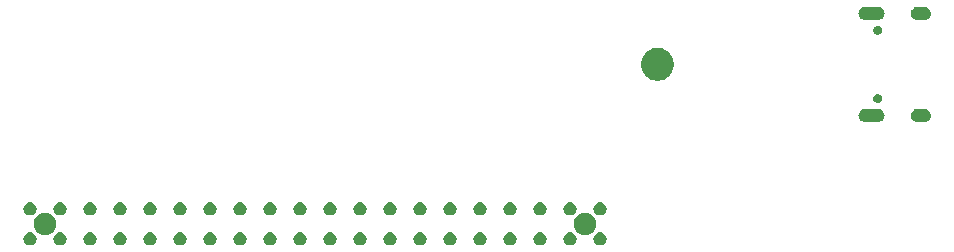
<source format=gbs>
G04 #@! TF.GenerationSoftware,KiCad,Pcbnew,(5.1.5)-3*
G04 #@! TF.CreationDate,2021-11-01T10:18:25+01:00*
G04 #@! TF.ProjectId,rp4b-power-adapter,72703462-2d70-46f7-9765-722d61646170,rev?*
G04 #@! TF.SameCoordinates,PX5f5e100PY6052340*
G04 #@! TF.FileFunction,Soldermask,Bot*
G04 #@! TF.FilePolarity,Negative*
%FSLAX46Y46*%
G04 Gerber Fmt 4.6, Leading zero omitted, Abs format (unit mm)*
G04 Created by KiCad (PCBNEW (5.1.5)-3) date 2021-11-01 10:18:25*
%MOMM*%
%LPD*%
G04 APERTURE LIST*
%ADD10C,0.100000*%
G04 APERTURE END LIST*
D10*
G36*
X1533638Y3769441D02*
G01*
X1635734Y3727151D01*
X1727614Y3665759D01*
X1805759Y3587614D01*
X1867151Y3495734D01*
X1909441Y3393637D01*
X1931000Y3285253D01*
X1931000Y3174747D01*
X1909441Y3066363D01*
X1867151Y2964266D01*
X1805759Y2872386D01*
X1727614Y2794241D01*
X1635734Y2732849D01*
X1533638Y2690559D01*
X1425254Y2669000D01*
X1314746Y2669000D01*
X1206362Y2690559D01*
X1155315Y2711704D01*
X1104266Y2732849D01*
X1012386Y2794241D01*
X934241Y2872386D01*
X872849Y2964266D01*
X830559Y3066363D01*
X809000Y3174747D01*
X809000Y3285253D01*
X830559Y3393637D01*
X872849Y3495734D01*
X934241Y3587614D01*
X1012386Y3665759D01*
X1104266Y3727151D01*
X1206362Y3769441D01*
X1314746Y3791000D01*
X1425254Y3791000D01*
X1533638Y3769441D01*
G37*
G36*
X26933638Y3769441D02*
G01*
X27035734Y3727151D01*
X27127614Y3665759D01*
X27205759Y3587614D01*
X27267151Y3495734D01*
X27309441Y3393637D01*
X27331000Y3285253D01*
X27331000Y3174747D01*
X27309441Y3066363D01*
X27267151Y2964266D01*
X27205759Y2872386D01*
X27127614Y2794241D01*
X27035734Y2732849D01*
X26933638Y2690559D01*
X26825254Y2669000D01*
X26714746Y2669000D01*
X26606362Y2690559D01*
X26555315Y2711704D01*
X26504266Y2732849D01*
X26412386Y2794241D01*
X26334241Y2872386D01*
X26272849Y2964266D01*
X26230559Y3066363D01*
X26209000Y3174747D01*
X26209000Y3285253D01*
X26230559Y3393637D01*
X26272849Y3495734D01*
X26334241Y3587614D01*
X26412386Y3665759D01*
X26504266Y3727151D01*
X26606362Y3769441D01*
X26714746Y3791000D01*
X26825254Y3791000D01*
X26933638Y3769441D01*
G37*
G36*
X49793638Y3769441D02*
G01*
X49895734Y3727151D01*
X49987614Y3665759D01*
X50065759Y3587614D01*
X50127151Y3495734D01*
X50169441Y3393637D01*
X50191000Y3285253D01*
X50191000Y3174747D01*
X50169441Y3066363D01*
X50127151Y2964266D01*
X50065759Y2872386D01*
X49987614Y2794241D01*
X49895734Y2732849D01*
X49793638Y2690559D01*
X49685254Y2669000D01*
X49574746Y2669000D01*
X49466362Y2690559D01*
X49415315Y2711704D01*
X49364266Y2732849D01*
X49272386Y2794241D01*
X49194241Y2872386D01*
X49132849Y2964266D01*
X49090559Y3066363D01*
X49069000Y3174747D01*
X49069000Y3285253D01*
X49090559Y3393637D01*
X49132849Y3495734D01*
X49194241Y3587614D01*
X49272386Y3665759D01*
X49364266Y3727151D01*
X49466362Y3769441D01*
X49574746Y3791000D01*
X49685254Y3791000D01*
X49793638Y3769441D01*
G37*
G36*
X44713638Y3769441D02*
G01*
X44815734Y3727151D01*
X44907614Y3665759D01*
X44985759Y3587614D01*
X45047151Y3495734D01*
X45089441Y3393637D01*
X45111000Y3285253D01*
X45111000Y3174747D01*
X45089441Y3066363D01*
X45047151Y2964266D01*
X44985759Y2872386D01*
X44907614Y2794241D01*
X44815734Y2732849D01*
X44713638Y2690559D01*
X44605254Y2669000D01*
X44494746Y2669000D01*
X44386362Y2690559D01*
X44335315Y2711704D01*
X44284266Y2732849D01*
X44192386Y2794241D01*
X44114241Y2872386D01*
X44052849Y2964266D01*
X44010559Y3066363D01*
X43989000Y3174747D01*
X43989000Y3285253D01*
X44010559Y3393637D01*
X44052849Y3495734D01*
X44114241Y3587614D01*
X44192386Y3665759D01*
X44284266Y3727151D01*
X44386362Y3769441D01*
X44494746Y3791000D01*
X44605254Y3791000D01*
X44713638Y3769441D01*
G37*
G36*
X42173638Y3769441D02*
G01*
X42275734Y3727151D01*
X42367614Y3665759D01*
X42445759Y3587614D01*
X42507151Y3495734D01*
X42549441Y3393637D01*
X42571000Y3285253D01*
X42571000Y3174747D01*
X42549441Y3066363D01*
X42507151Y2964266D01*
X42445759Y2872386D01*
X42367614Y2794241D01*
X42275734Y2732849D01*
X42173638Y2690559D01*
X42065254Y2669000D01*
X41954746Y2669000D01*
X41846362Y2690559D01*
X41795315Y2711704D01*
X41744266Y2732849D01*
X41652386Y2794241D01*
X41574241Y2872386D01*
X41512849Y2964266D01*
X41470559Y3066363D01*
X41449000Y3174747D01*
X41449000Y3285253D01*
X41470559Y3393637D01*
X41512849Y3495734D01*
X41574241Y3587614D01*
X41652386Y3665759D01*
X41744266Y3727151D01*
X41846362Y3769441D01*
X41954746Y3791000D01*
X42065254Y3791000D01*
X42173638Y3769441D01*
G37*
G36*
X39633638Y3769441D02*
G01*
X39735734Y3727151D01*
X39827614Y3665759D01*
X39905759Y3587614D01*
X39967151Y3495734D01*
X40009441Y3393637D01*
X40031000Y3285253D01*
X40031000Y3174747D01*
X40009441Y3066363D01*
X39967151Y2964266D01*
X39905759Y2872386D01*
X39827614Y2794241D01*
X39735734Y2732849D01*
X39633638Y2690559D01*
X39525254Y2669000D01*
X39414746Y2669000D01*
X39306362Y2690559D01*
X39255315Y2711704D01*
X39204266Y2732849D01*
X39112386Y2794241D01*
X39034241Y2872386D01*
X38972849Y2964266D01*
X38930559Y3066363D01*
X38909000Y3174747D01*
X38909000Y3285253D01*
X38930559Y3393637D01*
X38972849Y3495734D01*
X39034241Y3587614D01*
X39112386Y3665759D01*
X39204266Y3727151D01*
X39306362Y3769441D01*
X39414746Y3791000D01*
X39525254Y3791000D01*
X39633638Y3769441D01*
G37*
G36*
X37093638Y3769441D02*
G01*
X37195734Y3727151D01*
X37287614Y3665759D01*
X37365759Y3587614D01*
X37427151Y3495734D01*
X37469441Y3393637D01*
X37491000Y3285253D01*
X37491000Y3174747D01*
X37469441Y3066363D01*
X37427151Y2964266D01*
X37365759Y2872386D01*
X37287614Y2794241D01*
X37195734Y2732849D01*
X37093638Y2690559D01*
X36985254Y2669000D01*
X36874746Y2669000D01*
X36766362Y2690559D01*
X36715315Y2711704D01*
X36664266Y2732849D01*
X36572386Y2794241D01*
X36494241Y2872386D01*
X36432849Y2964266D01*
X36390559Y3066363D01*
X36369000Y3174747D01*
X36369000Y3285253D01*
X36390559Y3393637D01*
X36432849Y3495734D01*
X36494241Y3587614D01*
X36572386Y3665759D01*
X36664266Y3727151D01*
X36766362Y3769441D01*
X36874746Y3791000D01*
X36985254Y3791000D01*
X37093638Y3769441D01*
G37*
G36*
X34553638Y3769441D02*
G01*
X34655734Y3727151D01*
X34747614Y3665759D01*
X34825759Y3587614D01*
X34887151Y3495734D01*
X34929441Y3393637D01*
X34951000Y3285253D01*
X34951000Y3174747D01*
X34929441Y3066363D01*
X34887151Y2964266D01*
X34825759Y2872386D01*
X34747614Y2794241D01*
X34655734Y2732849D01*
X34553638Y2690559D01*
X34445254Y2669000D01*
X34334746Y2669000D01*
X34226362Y2690559D01*
X34175315Y2711704D01*
X34124266Y2732849D01*
X34032386Y2794241D01*
X33954241Y2872386D01*
X33892849Y2964266D01*
X33850559Y3066363D01*
X33829000Y3174747D01*
X33829000Y3285253D01*
X33850559Y3393637D01*
X33892849Y3495734D01*
X33954241Y3587614D01*
X34032386Y3665759D01*
X34124266Y3727151D01*
X34226362Y3769441D01*
X34334746Y3791000D01*
X34445254Y3791000D01*
X34553638Y3769441D01*
G37*
G36*
X32013638Y3769441D02*
G01*
X32115734Y3727151D01*
X32207614Y3665759D01*
X32285759Y3587614D01*
X32347151Y3495734D01*
X32389441Y3393637D01*
X32411000Y3285253D01*
X32411000Y3174747D01*
X32389441Y3066363D01*
X32347151Y2964266D01*
X32285759Y2872386D01*
X32207614Y2794241D01*
X32115734Y2732849D01*
X32013638Y2690559D01*
X31905254Y2669000D01*
X31794746Y2669000D01*
X31686362Y2690559D01*
X31635315Y2711704D01*
X31584266Y2732849D01*
X31492386Y2794241D01*
X31414241Y2872386D01*
X31352849Y2964266D01*
X31310559Y3066363D01*
X31289000Y3174747D01*
X31289000Y3285253D01*
X31310559Y3393637D01*
X31352849Y3495734D01*
X31414241Y3587614D01*
X31492386Y3665759D01*
X31584266Y3727151D01*
X31686362Y3769441D01*
X31794746Y3791000D01*
X31905254Y3791000D01*
X32013638Y3769441D01*
G37*
G36*
X29473638Y3769441D02*
G01*
X29575734Y3727151D01*
X29667614Y3665759D01*
X29745759Y3587614D01*
X29807151Y3495734D01*
X29849441Y3393637D01*
X29871000Y3285253D01*
X29871000Y3174747D01*
X29849441Y3066363D01*
X29807151Y2964266D01*
X29745759Y2872386D01*
X29667614Y2794241D01*
X29575734Y2732849D01*
X29473638Y2690559D01*
X29365254Y2669000D01*
X29254746Y2669000D01*
X29146362Y2690559D01*
X29095315Y2711704D01*
X29044266Y2732849D01*
X28952386Y2794241D01*
X28874241Y2872386D01*
X28812849Y2964266D01*
X28770559Y3066363D01*
X28749000Y3174747D01*
X28749000Y3285253D01*
X28770559Y3393637D01*
X28812849Y3495734D01*
X28874241Y3587614D01*
X28952386Y3665759D01*
X29044266Y3727151D01*
X29146362Y3769441D01*
X29254746Y3791000D01*
X29365254Y3791000D01*
X29473638Y3769441D01*
G37*
G36*
X47253638Y3769441D02*
G01*
X47355734Y3727151D01*
X47447614Y3665759D01*
X47525759Y3587614D01*
X47587151Y3495734D01*
X47629441Y3393637D01*
X47651000Y3285253D01*
X47651000Y3174747D01*
X47629441Y3066363D01*
X47587151Y2964266D01*
X47525759Y2872386D01*
X47447614Y2794241D01*
X47355734Y2732849D01*
X47253638Y2690559D01*
X47145254Y2669000D01*
X47034746Y2669000D01*
X46926362Y2690559D01*
X46875315Y2711704D01*
X46824266Y2732849D01*
X46732386Y2794241D01*
X46654241Y2872386D01*
X46592849Y2964266D01*
X46550559Y3066363D01*
X46529000Y3174747D01*
X46529000Y3285253D01*
X46550559Y3393637D01*
X46592849Y3495734D01*
X46654241Y3587614D01*
X46732386Y3665759D01*
X46824266Y3727151D01*
X46926362Y3769441D01*
X47034746Y3791000D01*
X47145254Y3791000D01*
X47253638Y3769441D01*
G37*
G36*
X21853638Y3769441D02*
G01*
X21955734Y3727151D01*
X22047614Y3665759D01*
X22125759Y3587614D01*
X22187151Y3495734D01*
X22229441Y3393637D01*
X22251000Y3285253D01*
X22251000Y3174747D01*
X22229441Y3066363D01*
X22187151Y2964266D01*
X22125759Y2872386D01*
X22047614Y2794241D01*
X21955734Y2732849D01*
X21853638Y2690559D01*
X21745254Y2669000D01*
X21634746Y2669000D01*
X21526362Y2690559D01*
X21475315Y2711704D01*
X21424266Y2732849D01*
X21332386Y2794241D01*
X21254241Y2872386D01*
X21192849Y2964266D01*
X21150559Y3066363D01*
X21129000Y3174747D01*
X21129000Y3285253D01*
X21150559Y3393637D01*
X21192849Y3495734D01*
X21254241Y3587614D01*
X21332386Y3665759D01*
X21424266Y3727151D01*
X21526362Y3769441D01*
X21634746Y3791000D01*
X21745254Y3791000D01*
X21853638Y3769441D01*
G37*
G36*
X19313638Y3769441D02*
G01*
X19415734Y3727151D01*
X19507614Y3665759D01*
X19585759Y3587614D01*
X19647151Y3495734D01*
X19689441Y3393637D01*
X19711000Y3285253D01*
X19711000Y3174747D01*
X19689441Y3066363D01*
X19647151Y2964266D01*
X19585759Y2872386D01*
X19507614Y2794241D01*
X19415734Y2732849D01*
X19313638Y2690559D01*
X19205254Y2669000D01*
X19094746Y2669000D01*
X18986362Y2690559D01*
X18935315Y2711704D01*
X18884266Y2732849D01*
X18792386Y2794241D01*
X18714241Y2872386D01*
X18652849Y2964266D01*
X18610559Y3066363D01*
X18589000Y3174747D01*
X18589000Y3285253D01*
X18610559Y3393637D01*
X18652849Y3495734D01*
X18714241Y3587614D01*
X18792386Y3665759D01*
X18884266Y3727151D01*
X18986362Y3769441D01*
X19094746Y3791000D01*
X19205254Y3791000D01*
X19313638Y3769441D01*
G37*
G36*
X16773638Y3769441D02*
G01*
X16875734Y3727151D01*
X16967614Y3665759D01*
X17045759Y3587614D01*
X17107151Y3495734D01*
X17149441Y3393637D01*
X17171000Y3285253D01*
X17171000Y3174747D01*
X17149441Y3066363D01*
X17107151Y2964266D01*
X17045759Y2872386D01*
X16967614Y2794241D01*
X16875734Y2732849D01*
X16773638Y2690559D01*
X16665254Y2669000D01*
X16554746Y2669000D01*
X16446362Y2690559D01*
X16395315Y2711704D01*
X16344266Y2732849D01*
X16252386Y2794241D01*
X16174241Y2872386D01*
X16112849Y2964266D01*
X16070559Y3066363D01*
X16049000Y3174747D01*
X16049000Y3285253D01*
X16070559Y3393637D01*
X16112849Y3495734D01*
X16174241Y3587614D01*
X16252386Y3665759D01*
X16344266Y3727151D01*
X16446362Y3769441D01*
X16554746Y3791000D01*
X16665254Y3791000D01*
X16773638Y3769441D01*
G37*
G36*
X14233638Y3769441D02*
G01*
X14335734Y3727151D01*
X14427614Y3665759D01*
X14505759Y3587614D01*
X14567151Y3495734D01*
X14609441Y3393637D01*
X14631000Y3285253D01*
X14631000Y3174747D01*
X14609441Y3066363D01*
X14567151Y2964266D01*
X14505759Y2872386D01*
X14427614Y2794241D01*
X14335734Y2732849D01*
X14233638Y2690559D01*
X14125254Y2669000D01*
X14014746Y2669000D01*
X13906362Y2690559D01*
X13855315Y2711704D01*
X13804266Y2732849D01*
X13712386Y2794241D01*
X13634241Y2872386D01*
X13572849Y2964266D01*
X13530559Y3066363D01*
X13509000Y3174747D01*
X13509000Y3285253D01*
X13530559Y3393637D01*
X13572849Y3495734D01*
X13634241Y3587614D01*
X13712386Y3665759D01*
X13804266Y3727151D01*
X13906362Y3769441D01*
X14014746Y3791000D01*
X14125254Y3791000D01*
X14233638Y3769441D01*
G37*
G36*
X11693638Y3769441D02*
G01*
X11795734Y3727151D01*
X11887614Y3665759D01*
X11965759Y3587614D01*
X12027151Y3495734D01*
X12069441Y3393637D01*
X12091000Y3285253D01*
X12091000Y3174747D01*
X12069441Y3066363D01*
X12027151Y2964266D01*
X11965759Y2872386D01*
X11887614Y2794241D01*
X11795734Y2732849D01*
X11693638Y2690559D01*
X11585254Y2669000D01*
X11474746Y2669000D01*
X11366362Y2690559D01*
X11315315Y2711704D01*
X11264266Y2732849D01*
X11172386Y2794241D01*
X11094241Y2872386D01*
X11032849Y2964266D01*
X10990559Y3066363D01*
X10969000Y3174747D01*
X10969000Y3285253D01*
X10990559Y3393637D01*
X11032849Y3495734D01*
X11094241Y3587614D01*
X11172386Y3665759D01*
X11264266Y3727151D01*
X11366362Y3769441D01*
X11474746Y3791000D01*
X11585254Y3791000D01*
X11693638Y3769441D01*
G37*
G36*
X9153638Y3769441D02*
G01*
X9255734Y3727151D01*
X9347614Y3665759D01*
X9425759Y3587614D01*
X9487151Y3495734D01*
X9529441Y3393637D01*
X9551000Y3285253D01*
X9551000Y3174747D01*
X9529441Y3066363D01*
X9487151Y2964266D01*
X9425759Y2872386D01*
X9347614Y2794241D01*
X9255734Y2732849D01*
X9153638Y2690559D01*
X9045254Y2669000D01*
X8934746Y2669000D01*
X8826362Y2690559D01*
X8775315Y2711704D01*
X8724266Y2732849D01*
X8632386Y2794241D01*
X8554241Y2872386D01*
X8492849Y2964266D01*
X8450559Y3066363D01*
X8429000Y3174747D01*
X8429000Y3285253D01*
X8450559Y3393637D01*
X8492849Y3495734D01*
X8554241Y3587614D01*
X8632386Y3665759D01*
X8724266Y3727151D01*
X8826362Y3769441D01*
X8934746Y3791000D01*
X9045254Y3791000D01*
X9153638Y3769441D01*
G37*
G36*
X6613638Y3769441D02*
G01*
X6715734Y3727151D01*
X6807614Y3665759D01*
X6885759Y3587614D01*
X6947151Y3495734D01*
X6989441Y3393637D01*
X7011000Y3285253D01*
X7011000Y3174747D01*
X6989441Y3066363D01*
X6947151Y2964266D01*
X6885759Y2872386D01*
X6807614Y2794241D01*
X6715734Y2732849D01*
X6613638Y2690559D01*
X6505254Y2669000D01*
X6394746Y2669000D01*
X6286362Y2690559D01*
X6235315Y2711704D01*
X6184266Y2732849D01*
X6092386Y2794241D01*
X6014241Y2872386D01*
X5952849Y2964266D01*
X5910559Y3066363D01*
X5889000Y3174747D01*
X5889000Y3285253D01*
X5910559Y3393637D01*
X5952849Y3495734D01*
X6014241Y3587614D01*
X6092386Y3665759D01*
X6184266Y3727151D01*
X6286362Y3769441D01*
X6394746Y3791000D01*
X6505254Y3791000D01*
X6613638Y3769441D01*
G37*
G36*
X4073638Y3769441D02*
G01*
X4175734Y3727151D01*
X4267614Y3665759D01*
X4345759Y3587614D01*
X4407151Y3495734D01*
X4449441Y3393637D01*
X4471000Y3285253D01*
X4471000Y3174747D01*
X4449441Y3066363D01*
X4407151Y2964266D01*
X4345759Y2872386D01*
X4267614Y2794241D01*
X4175734Y2732849D01*
X4073638Y2690559D01*
X3965254Y2669000D01*
X3854746Y2669000D01*
X3746362Y2690559D01*
X3695315Y2711704D01*
X3644266Y2732849D01*
X3552386Y2794241D01*
X3474241Y2872386D01*
X3412849Y2964266D01*
X3370559Y3066363D01*
X3349000Y3174747D01*
X3349000Y3285253D01*
X3370559Y3393637D01*
X3412849Y3495734D01*
X3474241Y3587614D01*
X3552386Y3665759D01*
X3644266Y3727151D01*
X3746362Y3769441D01*
X3854746Y3791000D01*
X3965254Y3791000D01*
X4073638Y3769441D01*
G37*
G36*
X24393638Y3769441D02*
G01*
X24495734Y3727151D01*
X24587614Y3665759D01*
X24665759Y3587614D01*
X24727151Y3495734D01*
X24769441Y3393637D01*
X24791000Y3285253D01*
X24791000Y3174747D01*
X24769441Y3066363D01*
X24727151Y2964266D01*
X24665759Y2872386D01*
X24587614Y2794241D01*
X24495734Y2732849D01*
X24393638Y2690559D01*
X24285254Y2669000D01*
X24174746Y2669000D01*
X24066362Y2690559D01*
X24015315Y2711704D01*
X23964266Y2732849D01*
X23872386Y2794241D01*
X23794241Y2872386D01*
X23732849Y2964266D01*
X23690559Y3066363D01*
X23669000Y3174747D01*
X23669000Y3285253D01*
X23690559Y3393637D01*
X23732849Y3495734D01*
X23794241Y3587614D01*
X23872386Y3665759D01*
X23964266Y3727151D01*
X24066362Y3769441D01*
X24174746Y3791000D01*
X24285254Y3791000D01*
X24393638Y3769441D01*
G37*
G36*
X2917395Y5414454D02*
G01*
X3090466Y5342766D01*
X3167818Y5291081D01*
X3246227Y5238690D01*
X3378690Y5106227D01*
X3378691Y5106225D01*
X3482766Y4950466D01*
X3554454Y4777395D01*
X3591000Y4593667D01*
X3591000Y4406333D01*
X3554454Y4222605D01*
X3482766Y4049534D01*
X3482765Y4049533D01*
X3378690Y3893773D01*
X3246227Y3761310D01*
X3195104Y3727151D01*
X3090466Y3657234D01*
X2917395Y3585546D01*
X2733667Y3549000D01*
X2546333Y3549000D01*
X2362605Y3585546D01*
X2189534Y3657234D01*
X2084896Y3727151D01*
X2033773Y3761310D01*
X1901310Y3893773D01*
X1797235Y4049533D01*
X1797234Y4049534D01*
X1725546Y4222605D01*
X1689000Y4406333D01*
X1689000Y4593667D01*
X1725546Y4777395D01*
X1797234Y4950466D01*
X1901309Y5106225D01*
X1901310Y5106227D01*
X2033773Y5238690D01*
X2112182Y5291081D01*
X2189534Y5342766D01*
X2362605Y5414454D01*
X2546333Y5451000D01*
X2733667Y5451000D01*
X2917395Y5414454D01*
G37*
G36*
X48637395Y5414454D02*
G01*
X48810466Y5342766D01*
X48887818Y5291081D01*
X48966227Y5238690D01*
X49098690Y5106227D01*
X49098691Y5106225D01*
X49202766Y4950466D01*
X49274454Y4777395D01*
X49311000Y4593667D01*
X49311000Y4406333D01*
X49274454Y4222605D01*
X49202766Y4049534D01*
X49202765Y4049533D01*
X49098690Y3893773D01*
X48966227Y3761310D01*
X48915104Y3727151D01*
X48810466Y3657234D01*
X48637395Y3585546D01*
X48453667Y3549000D01*
X48266333Y3549000D01*
X48082605Y3585546D01*
X47909534Y3657234D01*
X47804896Y3727151D01*
X47753773Y3761310D01*
X47621310Y3893773D01*
X47517235Y4049533D01*
X47517234Y4049534D01*
X47445546Y4222605D01*
X47409000Y4406333D01*
X47409000Y4593667D01*
X47445546Y4777395D01*
X47517234Y4950466D01*
X47621309Y5106225D01*
X47621310Y5106227D01*
X47753773Y5238690D01*
X47832182Y5291081D01*
X47909534Y5342766D01*
X48082605Y5414454D01*
X48266333Y5451000D01*
X48453667Y5451000D01*
X48637395Y5414454D01*
G37*
G36*
X47253638Y6309441D02*
G01*
X47304685Y6288296D01*
X47355734Y6267151D01*
X47447614Y6205759D01*
X47525759Y6127614D01*
X47587151Y6035734D01*
X47629441Y5933637D01*
X47651000Y5825253D01*
X47651000Y5714747D01*
X47629441Y5606363D01*
X47587151Y5504266D01*
X47525759Y5412386D01*
X47447614Y5334241D01*
X47355734Y5272849D01*
X47304685Y5251704D01*
X47253638Y5230559D01*
X47145254Y5209000D01*
X47034746Y5209000D01*
X46926362Y5230559D01*
X46875315Y5251704D01*
X46824266Y5272849D01*
X46732386Y5334241D01*
X46654241Y5412386D01*
X46592849Y5504266D01*
X46550559Y5606363D01*
X46529000Y5714747D01*
X46529000Y5825253D01*
X46550559Y5933637D01*
X46592849Y6035734D01*
X46654241Y6127614D01*
X46732386Y6205759D01*
X46824266Y6267151D01*
X46926362Y6309441D01*
X47034746Y6331000D01*
X47145254Y6331000D01*
X47253638Y6309441D01*
G37*
G36*
X44713638Y6309441D02*
G01*
X44764685Y6288296D01*
X44815734Y6267151D01*
X44907614Y6205759D01*
X44985759Y6127614D01*
X45047151Y6035734D01*
X45089441Y5933637D01*
X45111000Y5825253D01*
X45111000Y5714747D01*
X45089441Y5606363D01*
X45047151Y5504266D01*
X44985759Y5412386D01*
X44907614Y5334241D01*
X44815734Y5272849D01*
X44764685Y5251704D01*
X44713638Y5230559D01*
X44605254Y5209000D01*
X44494746Y5209000D01*
X44386362Y5230559D01*
X44335315Y5251704D01*
X44284266Y5272849D01*
X44192386Y5334241D01*
X44114241Y5412386D01*
X44052849Y5504266D01*
X44010559Y5606363D01*
X43989000Y5714747D01*
X43989000Y5825253D01*
X44010559Y5933637D01*
X44052849Y6035734D01*
X44114241Y6127614D01*
X44192386Y6205759D01*
X44284266Y6267151D01*
X44386362Y6309441D01*
X44494746Y6331000D01*
X44605254Y6331000D01*
X44713638Y6309441D01*
G37*
G36*
X6613638Y6309441D02*
G01*
X6664685Y6288296D01*
X6715734Y6267151D01*
X6807614Y6205759D01*
X6885759Y6127614D01*
X6947151Y6035734D01*
X6989441Y5933637D01*
X7011000Y5825253D01*
X7011000Y5714747D01*
X6989441Y5606363D01*
X6947151Y5504266D01*
X6885759Y5412386D01*
X6807614Y5334241D01*
X6715734Y5272849D01*
X6664685Y5251704D01*
X6613638Y5230559D01*
X6505254Y5209000D01*
X6394746Y5209000D01*
X6286362Y5230559D01*
X6235315Y5251704D01*
X6184266Y5272849D01*
X6092386Y5334241D01*
X6014241Y5412386D01*
X5952849Y5504266D01*
X5910559Y5606363D01*
X5889000Y5714747D01*
X5889000Y5825253D01*
X5910559Y5933637D01*
X5952849Y6035734D01*
X6014241Y6127614D01*
X6092386Y6205759D01*
X6184266Y6267151D01*
X6286362Y6309441D01*
X6394746Y6331000D01*
X6505254Y6331000D01*
X6613638Y6309441D01*
G37*
G36*
X42173638Y6309441D02*
G01*
X42224685Y6288296D01*
X42275734Y6267151D01*
X42367614Y6205759D01*
X42445759Y6127614D01*
X42507151Y6035734D01*
X42549441Y5933637D01*
X42571000Y5825253D01*
X42571000Y5714747D01*
X42549441Y5606363D01*
X42507151Y5504266D01*
X42445759Y5412386D01*
X42367614Y5334241D01*
X42275734Y5272849D01*
X42224685Y5251704D01*
X42173638Y5230559D01*
X42065254Y5209000D01*
X41954746Y5209000D01*
X41846362Y5230559D01*
X41795315Y5251704D01*
X41744266Y5272849D01*
X41652386Y5334241D01*
X41574241Y5412386D01*
X41512849Y5504266D01*
X41470559Y5606363D01*
X41449000Y5714747D01*
X41449000Y5825253D01*
X41470559Y5933637D01*
X41512849Y6035734D01*
X41574241Y6127614D01*
X41652386Y6205759D01*
X41744266Y6267151D01*
X41846362Y6309441D01*
X41954746Y6331000D01*
X42065254Y6331000D01*
X42173638Y6309441D01*
G37*
G36*
X39633638Y6309441D02*
G01*
X39684685Y6288296D01*
X39735734Y6267151D01*
X39827614Y6205759D01*
X39905759Y6127614D01*
X39967151Y6035734D01*
X40009441Y5933637D01*
X40031000Y5825253D01*
X40031000Y5714747D01*
X40009441Y5606363D01*
X39967151Y5504266D01*
X39905759Y5412386D01*
X39827614Y5334241D01*
X39735734Y5272849D01*
X39684685Y5251704D01*
X39633638Y5230559D01*
X39525254Y5209000D01*
X39414746Y5209000D01*
X39306362Y5230559D01*
X39255315Y5251704D01*
X39204266Y5272849D01*
X39112386Y5334241D01*
X39034241Y5412386D01*
X38972849Y5504266D01*
X38930559Y5606363D01*
X38909000Y5714747D01*
X38909000Y5825253D01*
X38930559Y5933637D01*
X38972849Y6035734D01*
X39034241Y6127614D01*
X39112386Y6205759D01*
X39204266Y6267151D01*
X39306362Y6309441D01*
X39414746Y6331000D01*
X39525254Y6331000D01*
X39633638Y6309441D01*
G37*
G36*
X37093638Y6309441D02*
G01*
X37144685Y6288296D01*
X37195734Y6267151D01*
X37287614Y6205759D01*
X37365759Y6127614D01*
X37427151Y6035734D01*
X37469441Y5933637D01*
X37491000Y5825253D01*
X37491000Y5714747D01*
X37469441Y5606363D01*
X37427151Y5504266D01*
X37365759Y5412386D01*
X37287614Y5334241D01*
X37195734Y5272849D01*
X37144685Y5251704D01*
X37093638Y5230559D01*
X36985254Y5209000D01*
X36874746Y5209000D01*
X36766362Y5230559D01*
X36715315Y5251704D01*
X36664266Y5272849D01*
X36572386Y5334241D01*
X36494241Y5412386D01*
X36432849Y5504266D01*
X36390559Y5606363D01*
X36369000Y5714747D01*
X36369000Y5825253D01*
X36390559Y5933637D01*
X36432849Y6035734D01*
X36494241Y6127614D01*
X36572386Y6205759D01*
X36664266Y6267151D01*
X36766362Y6309441D01*
X36874746Y6331000D01*
X36985254Y6331000D01*
X37093638Y6309441D01*
G37*
G36*
X34553638Y6309441D02*
G01*
X34604685Y6288296D01*
X34655734Y6267151D01*
X34747614Y6205759D01*
X34825759Y6127614D01*
X34887151Y6035734D01*
X34929441Y5933637D01*
X34951000Y5825253D01*
X34951000Y5714747D01*
X34929441Y5606363D01*
X34887151Y5504266D01*
X34825759Y5412386D01*
X34747614Y5334241D01*
X34655734Y5272849D01*
X34604685Y5251704D01*
X34553638Y5230559D01*
X34445254Y5209000D01*
X34334746Y5209000D01*
X34226362Y5230559D01*
X34175315Y5251704D01*
X34124266Y5272849D01*
X34032386Y5334241D01*
X33954241Y5412386D01*
X33892849Y5504266D01*
X33850559Y5606363D01*
X33829000Y5714747D01*
X33829000Y5825253D01*
X33850559Y5933637D01*
X33892849Y6035734D01*
X33954241Y6127614D01*
X34032386Y6205759D01*
X34124266Y6267151D01*
X34226362Y6309441D01*
X34334746Y6331000D01*
X34445254Y6331000D01*
X34553638Y6309441D01*
G37*
G36*
X32013638Y6309441D02*
G01*
X32064685Y6288296D01*
X32115734Y6267151D01*
X32207614Y6205759D01*
X32285759Y6127614D01*
X32347151Y6035734D01*
X32389441Y5933637D01*
X32411000Y5825253D01*
X32411000Y5714747D01*
X32389441Y5606363D01*
X32347151Y5504266D01*
X32285759Y5412386D01*
X32207614Y5334241D01*
X32115734Y5272849D01*
X32064685Y5251704D01*
X32013638Y5230559D01*
X31905254Y5209000D01*
X31794746Y5209000D01*
X31686362Y5230559D01*
X31635315Y5251704D01*
X31584266Y5272849D01*
X31492386Y5334241D01*
X31414241Y5412386D01*
X31352849Y5504266D01*
X31310559Y5606363D01*
X31289000Y5714747D01*
X31289000Y5825253D01*
X31310559Y5933637D01*
X31352849Y6035734D01*
X31414241Y6127614D01*
X31492386Y6205759D01*
X31584266Y6267151D01*
X31686362Y6309441D01*
X31794746Y6331000D01*
X31905254Y6331000D01*
X32013638Y6309441D01*
G37*
G36*
X29473638Y6309441D02*
G01*
X29524685Y6288296D01*
X29575734Y6267151D01*
X29667614Y6205759D01*
X29745759Y6127614D01*
X29807151Y6035734D01*
X29849441Y5933637D01*
X29871000Y5825253D01*
X29871000Y5714747D01*
X29849441Y5606363D01*
X29807151Y5504266D01*
X29745759Y5412386D01*
X29667614Y5334241D01*
X29575734Y5272849D01*
X29524685Y5251704D01*
X29473638Y5230559D01*
X29365254Y5209000D01*
X29254746Y5209000D01*
X29146362Y5230559D01*
X29095315Y5251704D01*
X29044266Y5272849D01*
X28952386Y5334241D01*
X28874241Y5412386D01*
X28812849Y5504266D01*
X28770559Y5606363D01*
X28749000Y5714747D01*
X28749000Y5825253D01*
X28770559Y5933637D01*
X28812849Y6035734D01*
X28874241Y6127614D01*
X28952386Y6205759D01*
X29044266Y6267151D01*
X29146362Y6309441D01*
X29254746Y6331000D01*
X29365254Y6331000D01*
X29473638Y6309441D01*
G37*
G36*
X26933638Y6309441D02*
G01*
X26984685Y6288296D01*
X27035734Y6267151D01*
X27127614Y6205759D01*
X27205759Y6127614D01*
X27267151Y6035734D01*
X27309441Y5933637D01*
X27331000Y5825253D01*
X27331000Y5714747D01*
X27309441Y5606363D01*
X27267151Y5504266D01*
X27205759Y5412386D01*
X27127614Y5334241D01*
X27035734Y5272849D01*
X26984685Y5251704D01*
X26933638Y5230559D01*
X26825254Y5209000D01*
X26714746Y5209000D01*
X26606362Y5230559D01*
X26555315Y5251704D01*
X26504266Y5272849D01*
X26412386Y5334241D01*
X26334241Y5412386D01*
X26272849Y5504266D01*
X26230559Y5606363D01*
X26209000Y5714747D01*
X26209000Y5825253D01*
X26230559Y5933637D01*
X26272849Y6035734D01*
X26334241Y6127614D01*
X26412386Y6205759D01*
X26504266Y6267151D01*
X26606362Y6309441D01*
X26714746Y6331000D01*
X26825254Y6331000D01*
X26933638Y6309441D01*
G37*
G36*
X21853638Y6309441D02*
G01*
X21904685Y6288296D01*
X21955734Y6267151D01*
X22047614Y6205759D01*
X22125759Y6127614D01*
X22187151Y6035734D01*
X22229441Y5933637D01*
X22251000Y5825253D01*
X22251000Y5714747D01*
X22229441Y5606363D01*
X22187151Y5504266D01*
X22125759Y5412386D01*
X22047614Y5334241D01*
X21955734Y5272849D01*
X21904685Y5251704D01*
X21853638Y5230559D01*
X21745254Y5209000D01*
X21634746Y5209000D01*
X21526362Y5230559D01*
X21475315Y5251704D01*
X21424266Y5272849D01*
X21332386Y5334241D01*
X21254241Y5412386D01*
X21192849Y5504266D01*
X21150559Y5606363D01*
X21129000Y5714747D01*
X21129000Y5825253D01*
X21150559Y5933637D01*
X21192849Y6035734D01*
X21254241Y6127614D01*
X21332386Y6205759D01*
X21424266Y6267151D01*
X21526362Y6309441D01*
X21634746Y6331000D01*
X21745254Y6331000D01*
X21853638Y6309441D01*
G37*
G36*
X1533638Y6309441D02*
G01*
X1584685Y6288296D01*
X1635734Y6267151D01*
X1727614Y6205759D01*
X1805759Y6127614D01*
X1867151Y6035734D01*
X1909441Y5933637D01*
X1931000Y5825253D01*
X1931000Y5714747D01*
X1909441Y5606363D01*
X1867151Y5504266D01*
X1805759Y5412386D01*
X1727614Y5334241D01*
X1635734Y5272849D01*
X1584685Y5251704D01*
X1533638Y5230559D01*
X1425254Y5209000D01*
X1314746Y5209000D01*
X1206362Y5230559D01*
X1155315Y5251704D01*
X1104266Y5272849D01*
X1012386Y5334241D01*
X934241Y5412386D01*
X872849Y5504266D01*
X830559Y5606363D01*
X809000Y5714747D01*
X809000Y5825253D01*
X830559Y5933637D01*
X872849Y6035734D01*
X934241Y6127614D01*
X1012386Y6205759D01*
X1104266Y6267151D01*
X1206362Y6309441D01*
X1314746Y6331000D01*
X1425254Y6331000D01*
X1533638Y6309441D01*
G37*
G36*
X4073638Y6309441D02*
G01*
X4124685Y6288296D01*
X4175734Y6267151D01*
X4267614Y6205759D01*
X4345759Y6127614D01*
X4407151Y6035734D01*
X4449441Y5933637D01*
X4471000Y5825253D01*
X4471000Y5714747D01*
X4449441Y5606363D01*
X4407151Y5504266D01*
X4345759Y5412386D01*
X4267614Y5334241D01*
X4175734Y5272849D01*
X4124685Y5251704D01*
X4073638Y5230559D01*
X3965254Y5209000D01*
X3854746Y5209000D01*
X3746362Y5230559D01*
X3695315Y5251704D01*
X3644266Y5272849D01*
X3552386Y5334241D01*
X3474241Y5412386D01*
X3412849Y5504266D01*
X3370559Y5606363D01*
X3349000Y5714747D01*
X3349000Y5825253D01*
X3370559Y5933637D01*
X3412849Y6035734D01*
X3474241Y6127614D01*
X3552386Y6205759D01*
X3644266Y6267151D01*
X3746362Y6309441D01*
X3854746Y6331000D01*
X3965254Y6331000D01*
X4073638Y6309441D01*
G37*
G36*
X9153638Y6309441D02*
G01*
X9204685Y6288296D01*
X9255734Y6267151D01*
X9347614Y6205759D01*
X9425759Y6127614D01*
X9487151Y6035734D01*
X9529441Y5933637D01*
X9551000Y5825253D01*
X9551000Y5714747D01*
X9529441Y5606363D01*
X9487151Y5504266D01*
X9425759Y5412386D01*
X9347614Y5334241D01*
X9255734Y5272849D01*
X9204685Y5251704D01*
X9153638Y5230559D01*
X9045254Y5209000D01*
X8934746Y5209000D01*
X8826362Y5230559D01*
X8775315Y5251704D01*
X8724266Y5272849D01*
X8632386Y5334241D01*
X8554241Y5412386D01*
X8492849Y5504266D01*
X8450559Y5606363D01*
X8429000Y5714747D01*
X8429000Y5825253D01*
X8450559Y5933637D01*
X8492849Y6035734D01*
X8554241Y6127614D01*
X8632386Y6205759D01*
X8724266Y6267151D01*
X8826362Y6309441D01*
X8934746Y6331000D01*
X9045254Y6331000D01*
X9153638Y6309441D01*
G37*
G36*
X11693638Y6309441D02*
G01*
X11744685Y6288296D01*
X11795734Y6267151D01*
X11887614Y6205759D01*
X11965759Y6127614D01*
X12027151Y6035734D01*
X12069441Y5933637D01*
X12091000Y5825253D01*
X12091000Y5714747D01*
X12069441Y5606363D01*
X12027151Y5504266D01*
X11965759Y5412386D01*
X11887614Y5334241D01*
X11795734Y5272849D01*
X11744685Y5251704D01*
X11693638Y5230559D01*
X11585254Y5209000D01*
X11474746Y5209000D01*
X11366362Y5230559D01*
X11315315Y5251704D01*
X11264266Y5272849D01*
X11172386Y5334241D01*
X11094241Y5412386D01*
X11032849Y5504266D01*
X10990559Y5606363D01*
X10969000Y5714747D01*
X10969000Y5825253D01*
X10990559Y5933637D01*
X11032849Y6035734D01*
X11094241Y6127614D01*
X11172386Y6205759D01*
X11264266Y6267151D01*
X11366362Y6309441D01*
X11474746Y6331000D01*
X11585254Y6331000D01*
X11693638Y6309441D01*
G37*
G36*
X49793638Y6309441D02*
G01*
X49844685Y6288296D01*
X49895734Y6267151D01*
X49987614Y6205759D01*
X50065759Y6127614D01*
X50127151Y6035734D01*
X50169441Y5933637D01*
X50191000Y5825253D01*
X50191000Y5714747D01*
X50169441Y5606363D01*
X50127151Y5504266D01*
X50065759Y5412386D01*
X49987614Y5334241D01*
X49895734Y5272849D01*
X49844685Y5251704D01*
X49793638Y5230559D01*
X49685254Y5209000D01*
X49574746Y5209000D01*
X49466362Y5230559D01*
X49415315Y5251704D01*
X49364266Y5272849D01*
X49272386Y5334241D01*
X49194241Y5412386D01*
X49132849Y5504266D01*
X49090559Y5606363D01*
X49069000Y5714747D01*
X49069000Y5825253D01*
X49090559Y5933637D01*
X49132849Y6035734D01*
X49194241Y6127614D01*
X49272386Y6205759D01*
X49364266Y6267151D01*
X49466362Y6309441D01*
X49574746Y6331000D01*
X49685254Y6331000D01*
X49793638Y6309441D01*
G37*
G36*
X14233638Y6309441D02*
G01*
X14284685Y6288296D01*
X14335734Y6267151D01*
X14427614Y6205759D01*
X14505759Y6127614D01*
X14567151Y6035734D01*
X14609441Y5933637D01*
X14631000Y5825253D01*
X14631000Y5714747D01*
X14609441Y5606363D01*
X14567151Y5504266D01*
X14505759Y5412386D01*
X14427614Y5334241D01*
X14335734Y5272849D01*
X14284685Y5251704D01*
X14233638Y5230559D01*
X14125254Y5209000D01*
X14014746Y5209000D01*
X13906362Y5230559D01*
X13855315Y5251704D01*
X13804266Y5272849D01*
X13712386Y5334241D01*
X13634241Y5412386D01*
X13572849Y5504266D01*
X13530559Y5606363D01*
X13509000Y5714747D01*
X13509000Y5825253D01*
X13530559Y5933637D01*
X13572849Y6035734D01*
X13634241Y6127614D01*
X13712386Y6205759D01*
X13804266Y6267151D01*
X13906362Y6309441D01*
X14014746Y6331000D01*
X14125254Y6331000D01*
X14233638Y6309441D01*
G37*
G36*
X16773638Y6309441D02*
G01*
X16824685Y6288296D01*
X16875734Y6267151D01*
X16967614Y6205759D01*
X17045759Y6127614D01*
X17107151Y6035734D01*
X17149441Y5933637D01*
X17171000Y5825253D01*
X17171000Y5714747D01*
X17149441Y5606363D01*
X17107151Y5504266D01*
X17045759Y5412386D01*
X16967614Y5334241D01*
X16875734Y5272849D01*
X16824685Y5251704D01*
X16773638Y5230559D01*
X16665254Y5209000D01*
X16554746Y5209000D01*
X16446362Y5230559D01*
X16395315Y5251704D01*
X16344266Y5272849D01*
X16252386Y5334241D01*
X16174241Y5412386D01*
X16112849Y5504266D01*
X16070559Y5606363D01*
X16049000Y5714747D01*
X16049000Y5825253D01*
X16070559Y5933637D01*
X16112849Y6035734D01*
X16174241Y6127614D01*
X16252386Y6205759D01*
X16344266Y6267151D01*
X16446362Y6309441D01*
X16554746Y6331000D01*
X16665254Y6331000D01*
X16773638Y6309441D01*
G37*
G36*
X19313638Y6309441D02*
G01*
X19364685Y6288296D01*
X19415734Y6267151D01*
X19507614Y6205759D01*
X19585759Y6127614D01*
X19647151Y6035734D01*
X19689441Y5933637D01*
X19711000Y5825253D01*
X19711000Y5714747D01*
X19689441Y5606363D01*
X19647151Y5504266D01*
X19585759Y5412386D01*
X19507614Y5334241D01*
X19415734Y5272849D01*
X19364685Y5251704D01*
X19313638Y5230559D01*
X19205254Y5209000D01*
X19094746Y5209000D01*
X18986362Y5230559D01*
X18935315Y5251704D01*
X18884266Y5272849D01*
X18792386Y5334241D01*
X18714241Y5412386D01*
X18652849Y5504266D01*
X18610559Y5606363D01*
X18589000Y5714747D01*
X18589000Y5825253D01*
X18610559Y5933637D01*
X18652849Y6035734D01*
X18714241Y6127614D01*
X18792386Y6205759D01*
X18884266Y6267151D01*
X18986362Y6309441D01*
X19094746Y6331000D01*
X19205254Y6331000D01*
X19313638Y6309441D01*
G37*
G36*
X24393638Y6309441D02*
G01*
X24444685Y6288296D01*
X24495734Y6267151D01*
X24587614Y6205759D01*
X24665759Y6127614D01*
X24727151Y6035734D01*
X24769441Y5933637D01*
X24791000Y5825253D01*
X24791000Y5714747D01*
X24769441Y5606363D01*
X24727151Y5504266D01*
X24665759Y5412386D01*
X24587614Y5334241D01*
X24495734Y5272849D01*
X24444685Y5251704D01*
X24393638Y5230559D01*
X24285254Y5209000D01*
X24174746Y5209000D01*
X24066362Y5230559D01*
X24015315Y5251704D01*
X23964266Y5272849D01*
X23872386Y5334241D01*
X23794241Y5412386D01*
X23732849Y5504266D01*
X23690559Y5606363D01*
X23669000Y5714747D01*
X23669000Y5825253D01*
X23690559Y5933637D01*
X23732849Y6035734D01*
X23794241Y6127614D01*
X23872386Y6205759D01*
X23964266Y6267151D01*
X24066362Y6309441D01*
X24174746Y6331000D01*
X24285254Y6331000D01*
X24393638Y6309441D01*
G37*
G36*
X77208015Y14223027D02*
G01*
X77311879Y14191521D01*
X77339055Y14176995D01*
X77407600Y14140357D01*
X77491501Y14071501D01*
X77560357Y13987600D01*
X77596995Y13919055D01*
X77611521Y13891879D01*
X77643027Y13788015D01*
X77653666Y13680000D01*
X77643027Y13571985D01*
X77611521Y13468121D01*
X77611519Y13468118D01*
X77560357Y13372400D01*
X77491501Y13288499D01*
X77407600Y13219643D01*
X77339055Y13183005D01*
X77311879Y13168479D01*
X77208015Y13136973D01*
X77127067Y13129000D01*
X76472933Y13129000D01*
X76391985Y13136973D01*
X76288121Y13168479D01*
X76260945Y13183005D01*
X76192400Y13219643D01*
X76108499Y13288499D01*
X76039643Y13372400D01*
X75988481Y13468118D01*
X75988479Y13468121D01*
X75956973Y13571985D01*
X75946334Y13680000D01*
X75956973Y13788015D01*
X75988479Y13891879D01*
X76003005Y13919055D01*
X76039643Y13987600D01*
X76108499Y14071501D01*
X76192400Y14140357D01*
X76260945Y14176995D01*
X76288121Y14191521D01*
X76391985Y14223027D01*
X76472933Y14231000D01*
X77127067Y14231000D01*
X77208015Y14223027D01*
G37*
G36*
X73278015Y14223027D02*
G01*
X73381879Y14191521D01*
X73409055Y14176995D01*
X73477600Y14140357D01*
X73561501Y14071501D01*
X73630357Y13987600D01*
X73666995Y13919055D01*
X73681521Y13891879D01*
X73713027Y13788015D01*
X73723666Y13680000D01*
X73713027Y13571985D01*
X73681521Y13468121D01*
X73681519Y13468118D01*
X73630357Y13372400D01*
X73561501Y13288499D01*
X73477600Y13219643D01*
X73409055Y13183005D01*
X73381879Y13168479D01*
X73278015Y13136973D01*
X73197067Y13129000D01*
X72042933Y13129000D01*
X71961985Y13136973D01*
X71858121Y13168479D01*
X71830945Y13183005D01*
X71762400Y13219643D01*
X71678499Y13288499D01*
X71609643Y13372400D01*
X71558481Y13468118D01*
X71558479Y13468121D01*
X71526973Y13571985D01*
X71516334Y13680000D01*
X71526973Y13788015D01*
X71558479Y13891879D01*
X71573005Y13919055D01*
X71609643Y13987600D01*
X71678499Y14071501D01*
X71762400Y14140357D01*
X71830945Y14176995D01*
X71858121Y14191521D01*
X71961985Y14223027D01*
X72042933Y14231000D01*
X73197067Y14231000D01*
X73278015Y14223027D01*
G37*
G36*
X73259672Y15471551D02*
G01*
X73259674Y15471550D01*
X73259675Y15471550D01*
X73328103Y15443207D01*
X73389686Y15402058D01*
X73442058Y15349686D01*
X73483207Y15288103D01*
X73511550Y15219675D01*
X73526000Y15147033D01*
X73526000Y15072967D01*
X73511550Y15000325D01*
X73483207Y14931897D01*
X73442058Y14870314D01*
X73389686Y14817942D01*
X73328103Y14776793D01*
X73259675Y14748450D01*
X73259674Y14748450D01*
X73259672Y14748449D01*
X73187034Y14734000D01*
X73112966Y14734000D01*
X73040328Y14748449D01*
X73040326Y14748450D01*
X73040325Y14748450D01*
X72971897Y14776793D01*
X72910314Y14817942D01*
X72857942Y14870314D01*
X72816793Y14931897D01*
X72788450Y15000325D01*
X72774000Y15072967D01*
X72774000Y15147033D01*
X72788450Y15219675D01*
X72816793Y15288103D01*
X72857942Y15349686D01*
X72910314Y15402058D01*
X72971897Y15443207D01*
X73040325Y15471550D01*
X73040326Y15471550D01*
X73040328Y15471551D01*
X73112966Y15486000D01*
X73187034Y15486000D01*
X73259672Y15471551D01*
G37*
G36*
X54818433Y19365107D02*
G01*
X54908657Y19347161D01*
X55014267Y19303415D01*
X55163621Y19241551D01*
X55163622Y19241550D01*
X55393086Y19088228D01*
X55588228Y18893086D01*
X55690675Y18739763D01*
X55741551Y18663621D01*
X55847161Y18408656D01*
X55901000Y18137988D01*
X55901000Y17862012D01*
X55847161Y17591344D01*
X55741551Y17336379D01*
X55741550Y17336378D01*
X55588228Y17106914D01*
X55393086Y16911772D01*
X55239763Y16809325D01*
X55163621Y16758449D01*
X55014267Y16696585D01*
X54908657Y16652839D01*
X54818433Y16634893D01*
X54637988Y16599000D01*
X54362012Y16599000D01*
X54181567Y16634893D01*
X54091343Y16652839D01*
X53985733Y16696585D01*
X53836379Y16758449D01*
X53760237Y16809325D01*
X53606914Y16911772D01*
X53411772Y17106914D01*
X53258450Y17336378D01*
X53258449Y17336379D01*
X53152839Y17591344D01*
X53099000Y17862012D01*
X53099000Y18137988D01*
X53152839Y18408656D01*
X53258449Y18663621D01*
X53309325Y18739763D01*
X53411772Y18893086D01*
X53606914Y19088228D01*
X53836378Y19241550D01*
X53836379Y19241551D01*
X53985733Y19303415D01*
X54091343Y19347161D01*
X54181567Y19365107D01*
X54362012Y19401000D01*
X54637988Y19401000D01*
X54818433Y19365107D01*
G37*
G36*
X73259672Y21251551D02*
G01*
X73259674Y21251550D01*
X73259675Y21251550D01*
X73328103Y21223207D01*
X73389686Y21182058D01*
X73442058Y21129686D01*
X73483207Y21068103D01*
X73511550Y20999675D01*
X73526000Y20927033D01*
X73526000Y20852967D01*
X73511550Y20780325D01*
X73483207Y20711897D01*
X73442058Y20650314D01*
X73389686Y20597942D01*
X73328103Y20556793D01*
X73259675Y20528450D01*
X73259674Y20528450D01*
X73259672Y20528449D01*
X73187034Y20514000D01*
X73112966Y20514000D01*
X73040328Y20528449D01*
X73040326Y20528450D01*
X73040325Y20528450D01*
X72971897Y20556793D01*
X72910314Y20597942D01*
X72857942Y20650314D01*
X72816793Y20711897D01*
X72788450Y20780325D01*
X72774000Y20852967D01*
X72774000Y20927033D01*
X72788450Y20999675D01*
X72816793Y21068103D01*
X72857942Y21129686D01*
X72910314Y21182058D01*
X72971897Y21223207D01*
X73040325Y21251550D01*
X73040326Y21251550D01*
X73040328Y21251551D01*
X73112966Y21266000D01*
X73187034Y21266000D01*
X73259672Y21251551D01*
G37*
G36*
X73278015Y22863027D02*
G01*
X73381879Y22831521D01*
X73409055Y22816995D01*
X73477600Y22780357D01*
X73561501Y22711501D01*
X73630357Y22627600D01*
X73666995Y22559055D01*
X73681521Y22531879D01*
X73713027Y22428015D01*
X73723666Y22320000D01*
X73713027Y22211985D01*
X73681521Y22108121D01*
X73681519Y22108118D01*
X73630357Y22012400D01*
X73561501Y21928499D01*
X73477600Y21859643D01*
X73409055Y21823005D01*
X73381879Y21808479D01*
X73278015Y21776973D01*
X73197067Y21769000D01*
X72042933Y21769000D01*
X71961985Y21776973D01*
X71858121Y21808479D01*
X71830945Y21823005D01*
X71762400Y21859643D01*
X71678499Y21928499D01*
X71609643Y22012400D01*
X71558481Y22108118D01*
X71558479Y22108121D01*
X71526973Y22211985D01*
X71516334Y22320000D01*
X71526973Y22428015D01*
X71558479Y22531879D01*
X71573005Y22559055D01*
X71609643Y22627600D01*
X71678499Y22711501D01*
X71762400Y22780357D01*
X71830945Y22816995D01*
X71858121Y22831521D01*
X71961985Y22863027D01*
X72042933Y22871000D01*
X73197067Y22871000D01*
X73278015Y22863027D01*
G37*
G36*
X77208015Y22863027D02*
G01*
X77311879Y22831521D01*
X77339055Y22816995D01*
X77407600Y22780357D01*
X77491501Y22711501D01*
X77560357Y22627600D01*
X77596995Y22559055D01*
X77611521Y22531879D01*
X77643027Y22428015D01*
X77653666Y22320000D01*
X77643027Y22211985D01*
X77611521Y22108121D01*
X77611519Y22108118D01*
X77560357Y22012400D01*
X77491501Y21928499D01*
X77407600Y21859643D01*
X77339055Y21823005D01*
X77311879Y21808479D01*
X77208015Y21776973D01*
X77127067Y21769000D01*
X76472933Y21769000D01*
X76391985Y21776973D01*
X76288121Y21808479D01*
X76260945Y21823005D01*
X76192400Y21859643D01*
X76108499Y21928499D01*
X76039643Y22012400D01*
X75988481Y22108118D01*
X75988479Y22108121D01*
X75956973Y22211985D01*
X75946334Y22320000D01*
X75956973Y22428015D01*
X75988479Y22531879D01*
X76003005Y22559055D01*
X76039643Y22627600D01*
X76108499Y22711501D01*
X76192400Y22780357D01*
X76260945Y22816995D01*
X76288121Y22831521D01*
X76391985Y22863027D01*
X76472933Y22871000D01*
X77127067Y22871000D01*
X77208015Y22863027D01*
G37*
M02*

</source>
